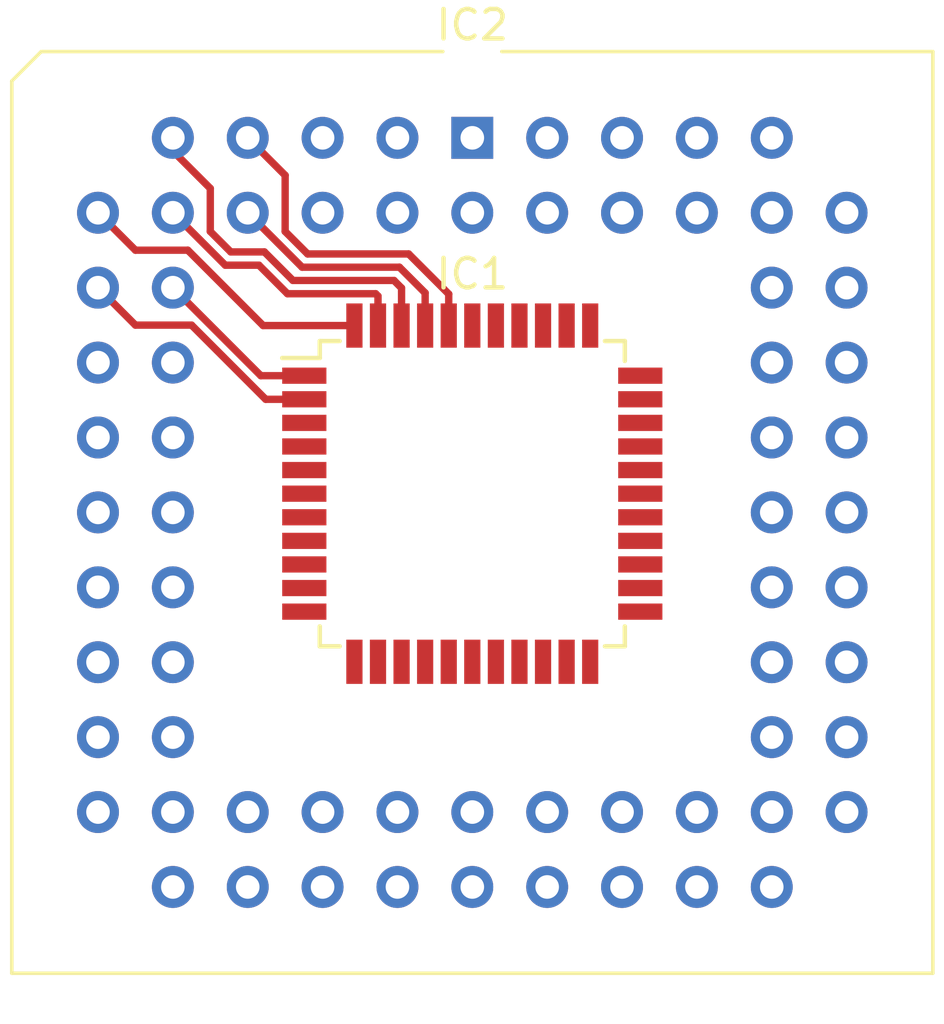
<source format=kicad_pcb>
(kicad_pcb (version 20211014) (generator pcbnew)
  (layers (0 "F.Cu" signal) (31 "B.Cu" signal) (34 "B.Paste" user) (35 "F.Paste" user) (36 "B.SilkS" user "B.Silkscreen") (37 "F.SilkS" user "F.Silkscreen") (38 "B.Mask" user) (39 "F.Mask" user) (44 "Edge.Cuts" user))
  (net 0 "")
  (net 1 "LCD_RS")
  (net 7 "Net-(IC1-Pad18)")
  (net 36 "LCD_E")
  (net 37 "LCD_D4")
  (net 38 "LCD_D5")
  (net 39 "LCD_D6")
  (net 45 "LCD_D7")
  (net 46 "LCD_RW")
  (footprint "D&R_IC:TQFP-44_10x10mm_Pitch0.8mm" (layer "F.Cu") (at 97.79 66.04)
    (fp_text reference "IC1" (at 0 -7.45) (layer "F.SilkS"))
    (fp_text value "ATXMEGA128A4U#TQFP44")
    (fp_line (start -5.175 5.175) (end -5.175 4.5) (layer "F.SilkS") (width 0.15))
    (fp_line (start -5.175 -5.175) (end -5.175 -4.6) (layer "F.SilkS") (width 0.15))
    (fp_line (start 5.175 -5.175) (end 5.175 -4.5) (layer "F.SilkS") (width 0.15))
    (fp_line (start -5.175 -4.6) (end -6.45 -4.6) (layer "F.SilkS") (width 0.15))
    (fp_line (start -5.175 -5.175) (end -4.5 -5.175) (layer "F.SilkS") (width 0.15))
    (fp_line (start 5.175 5.175) (end 4.5 5.175) (layer "F.SilkS") (width 0.15))
    (fp_line (start 5.175 -5.175) (end 4.5 -5.175) (layer "F.SilkS") (width 0.15))
    (fp_line (start -5.175 5.175) (end -4.5 5.175) (layer "F.SilkS") (width 0.15))
    (fp_line (start 5.175 5.175) (end 5.175 4.5) (layer "F.SilkS") (width 0.15))
    (pad "1" smd rect locked (at -5.7 -4) (size 1.5 0.55) (layers "F.Cu" "F.Paste" "F.Mask") (net 36 "LCD_E"))
    (pad "2" smd rect locked (at -5.7 -3.2) (size 1.5 0.55) (layers "F.Cu" "F.Paste" "F.Mask") (net 1 "LCD_RS"))
    (pad "3" smd rect locked (at -5.7 -2.4) (size 1.5 0.55) (layers "F.Cu" "F.Paste" "F.Mask"))
    (pad "4" smd rect locked (at -5.7 -1.6) (size 1.5 0.55) (layers "F.Cu" "F.Paste" "F.Mask"))
    (pad "5" smd rect locked (at -5.7 -0.8) (size 1.5 0.55) (layers "F.Cu" "F.Paste" "F.Mask"))
    (pad "6" smd rect locked (at -5.7 0) (size 1.5 0.55) (layers "F.Cu" "F.Paste" "F.Mask"))
    (pad "7" smd rect locked (at -5.7 0.8) (size 1.5 0.55) (layers "F.Cu" "F.Paste" "F.Mask"))
    (pad "8" smd rect locked (at -5.7 1.6) (size 1.5 0.55) (layers "F.Cu" "F.Paste" "F.Mask") (net 7 "Net-(IC1-Pad18)"))
    (pad "9" smd rect locked (at -5.7 2.4) (size 1.5 0.55) (layers "F.Cu" "F.Paste" "F.Mask"))
    (pad "10" smd rect locked (at -5.7 3.2) (size 1.5 0.55) (layers "F.Cu" "F.Paste" "F.Mask"))
    (pad "11" smd rect locked (at -5.7 4) (size 1.5 0.55) (layers "F.Cu" "F.Paste" "F.Mask"))
    (pad "12" smd rect locked (at -4 5.7 90) (size 1.5 0.55) (layers "F.Cu" "F.Paste" "F.Mask"))
    (pad "13" smd rect locked (at -3.2 5.7 90) (size 1.5 0.55) (layers "F.Cu" "F.Paste" "F.Mask"))
    (pad "14" smd rect locked (at -2.4 5.7 90) (size 1.5 0.55) (layers "F.Cu" "F.Paste" "F.Mask"))
    (pad "15" smd rect locked (at -1.6 5.7 90) (size 1.5 0.55) (layers "F.Cu" "F.Paste" "F.Mask"))
    (pad "16" smd rect locked (at -0.8 5.7 90) (size 1.5 0.55) (layers "F.Cu" "F.Paste" "F.Mask"))
    (pad "17" smd rect locked (at 0 5.7 90) (size 1.5 0.55) (layers "F.Cu" "F.Paste" "F.Mask"))
    (pad "18" smd rect locked (at 0.8 5.7 90) (size 1.5 0.55) (layers "F.Cu" "F.Paste" "F.Mask") (net 7 "Net-(IC1-Pad18)"))
    (pad "19" smd rect locked (at 1.6 5.7 90) (size 1.5 0.55) (layers "F.Cu" "F.Paste" "F.Mask"))
    (pad "20" smd rect locked (at 2.4 5.7 90) (size 1.5 0.55) (layers "F.Cu" "F.Paste" "F.Mask"))
    (pad "21" smd rect locked (at 3.2 5.7 90) (size 1.5 0.55) (layers "F.Cu" "F.Paste" "F.Mask"))
    (pad "22" smd rect locked (at 4 5.7 90) (size 1.5 0.55) (layers "F.Cu" "F.Paste" "F.Mask"))
    (pad "23" smd rect locked (at 5.7 4) (size 1.5 0.55) (layers "F.Cu" "F.Paste" "F.Mask"))
    (pad "24" smd rect locked (at 5.7 3.2) (size 1.5 0.55) (layers "F.Cu" "F.Paste" "F.Mask"))
    (pad "25" smd rect locked (at 5.7 2.4) (size 1.5 0.55) (layers "F.Cu" "F.Paste" "F.Mask"))
    (pad "26" smd rect locked (at 5.7 1.6) (size 1.5 0.55) (layers "F.Cu" "F.Paste" "F.Mask"))
    (pad "27" smd rect locked (at 5.7 0.8) (size 1.5 0.55) (layers "F.Cu" "F.Paste" "F.Mask"))
    (pad "28" smd rect locked (at 5.7 0) (size 1.5 0.55) (layers "F.Cu" "F.Paste" "F.Mask"))
    (pad "29" smd rect locked (at 5.7 -0.8) (size 1.5 0.55) (layers "F.Cu" "F.Paste" "F.Mask"))
    (pad "30" smd rect locked (at 5.7 -1.6) (size 1.5 0.55) (layers "F.Cu" "F.Paste" "F.Mask") (net 7 "Net-(IC1-Pad18)"))
    (pad "31" smd rect locked (at 5.7 -2.4) (size 1.5 0.55) (layers "F.Cu" "F.Paste" "F.Mask"))
    (pad "32" smd rect locked (at 5.7 -3.2) (size 1.5 0.55) (layers "F.Cu" "F.Paste" "F.Mask"))
    (pad "33" smd rect locked (at 5.7 -4) (size 1.5 0.55) (layers "F.Cu" "F.Paste" "F.Mask"))
    (pad "34" smd rect locked (at 4 -5.7 90) (size 1.5 0.55) (layers "F.Cu" "F.Paste" "F.Mask"))
    (pad "35" smd rect locked (at 3.2 -5.7 90) (size 1.5 0.55) (layers "F.Cu" "F.Paste" "F.Mask"))
    (pad "36" smd rect locked (at 2.4 -5.7 90) (size 1.5 0.55) (layers "F.Cu" "F.Paste" "F.Mask"))
    (pad "37" smd rect locked (at 1.6 -5.7 90) (size 1.5 0.55) (layers "F.Cu" "F.Paste" "F.Mask"))
    (pad "38" smd rect locked (at 0.8 -5.7 90) (size 1.5 0.55) (layers "F.Cu" "F.Paste" "F.Mask") (net 7 "Net-(IC1-Pad18)"))
    (pad "39" smd rect locked (at 0 -5.7 90) (size 1.5 0.55) (layers "F.Cu" "F.Paste" "F.Mask"))
    (pad "40" smd rect locked (at -0.8 -5.7 90) (size 1.5 0.55) (layers "F.Cu" "F.Paste" "F.Mask") (net 37 "LCD_D4"))
    (pad "41" smd rect locked (at -1.6 -5.7 90) (size 1.5 0.55) (layers "F.Cu" "F.Paste" "F.Mask") (net 38 "LCD_D5"))
    (pad "42" smd rect locked (at -2.4 -5.7 90) (size 1.5 0.55) (layers "F.Cu" "F.Paste" "F.Mask") (net 39 "LCD_D6"))
    (pad "43" smd rect locked (at -3.2 -5.7 90) (size 1.5 0.55) (layers "F.Cu" "F.Paste" "F.Mask") (net 46 "LCD_RW"))
    (pad "44" smd rect locked (at -4 -5.7 90) (size 1.5 0.55) (layers "F.Cu" "F.Paste" "F.Mask") (net 45 "LCD_D7"))
  )
  (footprint "Package_LCC:PLCC-68_THT-Socket" (layer "F.Cu") (at 97.79 53.975)
    (fp_text reference "IC2" (at 0 -3.825) (layer "F.SilkS"))
    (fp_text value "80C552")
    (fp_line (start 15.625 -2.925) (end 1 -2.925) (layer "F.SilkS") (width 0.12))
    (fp_line (start 15.625 28.325) (end 15.625 -2.925) (layer "F.SilkS") (width 0.12))
    (fp_line (start -14.625 -2.925) (end -15.625 -1.925) (layer "F.SilkS") (width 0.12))
    (fp_line (start -15.625 -1.925) (end -15.625 28.325) (layer "F.SilkS") (width 0.12))
    (fp_line (start -15.625 28.325) (end 15.625 28.325) (layer "F.SilkS") (width 0.12))
    (fp_line (start -1 -2.925) (end -14.625 -2.925) (layer "F.SilkS") (width 0.12))
    (pad "1" thru_hole rect (at 0 0) (size 1.4224 1.4224) (drill 0.8) (layers *.Cu *.Mask))
    (pad "2" thru_hole circle (at 0 2.54) (size 1.4224 1.4224) (drill 0.8) (layers *.Cu *.Mask))
    (pad "3" thru_hole circle (at -2.54 0) (size 1.4224 1.4224) (drill 0.8) (layers *.Cu *.Mask))
    (pad "4" thru_hole circle (at -2.54 2.54) (size 1.4224 1.4224) (drill 0.8) (layers *.Cu *.Mask))
    (pad "5" thru_hole circle (at -5.08 0) (size 1.4224 1.4224) (drill 0.8) (layers *.Cu *.Mask))
    (pad "6" thru_hole circle (at -5.08 2.54) (size 1.4224 1.4224) (drill 0.8) (layers *.Cu *.Mask))
    (pad "7" thru_hole circle (at -7.62 0) (size 1.4224 1.4224) (drill 0.8) (layers *.Cu *.Mask) (net 37 "LCD_D4"))
    (pad "8" thru_hole circle (at -7.62 2.54) (size 1.4224 1.4224) (drill 0.8) (layers *.Cu *.Mask) (net 38 "LCD_D5"))
    (pad "9" thru_hole circle (at -10.16 0) (size 1.4224 1.4224) (drill 0.8) (layers *.Cu *.Mask) (net 39 "LCD_D6"))
    (pad "10" thru_hole circle (at -12.7 2.54) (size 1.4224 1.4224) (drill 0.8) (layers *.Cu *.Mask) (net 45 "LCD_D7"))
    (pad "11" thru_hole circle (at -10.16 2.54) (size 1.4224 1.4224) (drill 0.8) (layers *.Cu *.Mask) (net 46 "LCD_RW"))
    (pad "12" thru_hole circle (at -12.7 5.08) (size 1.4224 1.4224) (drill 0.8) (layers *.Cu *.Mask) (net 1 "LCD_RS"))
    (pad "13" thru_hole circle (at -10.16 5.08) (size 1.4224 1.4224) (drill 0.8) (layers *.Cu *.Mask) (net 36 "LCD_E"))
    (pad "14" thru_hole circle (at -12.7 7.62) (size 1.4224 1.4224) (drill 0.8) (layers *.Cu *.Mask))
    (pad "15" thru_hole circle (at -10.16 7.62) (size 1.4224 1.4224) (drill 0.8) (layers *.Cu *.Mask))
    (pad "16" thru_hole circle (at -12.7 10.16) (size 1.4224 1.4224) (drill 0.8) (layers *.Cu *.Mask))
    (pad "17" thru_hole circle (at -10.16 10.16) (size 1.4224 1.4224) (drill 0.8) (layers *.Cu *.Mask))
    (pad "18" thru_hole circle (at -12.7 12.7) (size 1.4224 1.4224) (drill 0.8) (layers *.Cu *.Mask))
    (pad "19" thru_hole circle (at -10.16 12.7) (size 1.4224 1.4224) (drill 0.8) (layers *.Cu *.Mask))
    (pad "20" thru_hole circle (at -12.7 15.24) (size 1.4224 1.4224) (drill 0.8) (layers *.Cu *.Mask))
    (pad "21" thru_hole circle (at -10.16 15.24) (size 1.4224 1.4224) (drill 0.8) (layers *.Cu *.Mask))
    (pad "22" thru_hole circle (at -12.7 17.78) (size 1.4224 1.4224) (drill 0.8) (layers *.Cu *.Mask))
    (pad "23" thru_hole circle (at -10.16 17.78) (size 1.4224 1.4224) (drill 0.8) (layers *.Cu *.Mask))
    (pad "24" thru_hole circle (at -12.7 20.32) (size 1.4224 1.4224) (drill 0.8) (layers *.Cu *.Mask))
    (pad "25" thru_hole circle (at -10.16 20.32) (size 1.4224 1.4224) (drill 0.8) (layers *.Cu *.Mask))
    (pad "26" thru_hole circle (at -12.7 22.86) (size 1.4224 1.4224) (drill 0.8) (layers *.Cu *.Mask))
    (pad "27" thru_hole circle (at -10.16 25.4) (size 1.4224 1.4224) (drill 0.8) (layers *.Cu *.Mask))
    (pad "28" thru_hole circle (at -10.16 22.86) (size 1.4224 1.4224) (drill 0.8) (layers *.Cu *.Mask))
    (pad "29" thru_hole circle (at -7.62 25.4) (size 1.4224 1.4224) (drill 0.8) (layers *.Cu *.Mask))
    (pad "30" thru_hole circle (at -7.62 22.86) (size 1.4224 1.4224) (drill 0.8) (layers *.Cu *.Mask))
    (pad "31" thru_hole circle (at -5.08 25.4) (size 1.4224 1.4224) (drill 0.8) (layers *.Cu *.Mask))
    (pad "32" thru_hole circle (at -5.08 22.86) (size 1.4224 1.4224) (drill 0.8) (layers *.Cu *.Mask))
    (pad "33" thru_hole circle (at -2.54 25.4) (size 1.4224 1.4224) (drill 0.8) (layers *.Cu *.Mask))
    (pad "34" thru_hole circle (at -2.54 22.86) (size 1.4224 1.4224) (drill 0.8) (layers *.Cu *.Mask))
    (pad "35" thru_hole circle (at 0 25.4) (size 1.4224 1.4224) (drill 0.8) (layers *.Cu *.Mask))
    (pad "36" thru_hole circle (at 0 22.86) (size 1.4224 1.4224) (drill 0.8) (layers *.Cu *.Mask) (net 7 "Net-(IC1-Pad18)"))
    (pad "37" thru_hole circle (at 2.54 25.4) (size 1.4224 1.4224) (drill 0.8) (layers *.Cu *.Mask) (net 7 "Net-(IC1-Pad18)"))
    (pad "38" thru_hole circle (at 2.54 22.86) (size 1.4224 1.4224) (drill 0.8) (layers *.Cu *.Mask))
    (pad "39" thru_hole circle (at 5.08 25.4) (size 1.4224 1.4224) (drill 0.8) (layers *.Cu *.Mask))
    (pad "40" thru_hole circle (at 5.08 22.86) (size 1.4224 1.4224) (drill 0.8) (layers *.Cu *.Mask))
    (pad "41" thru_hole circle (at 7.62 25.4) (size 1.4224 1.4224) (drill 0.8) (layers *.Cu *.Mask))
    (pad "42" thru_hole circle (at 7.62 22.86) (size 1.4224 1.4224) (drill 0.8) (layers *.Cu *.Mask))
    (pad "43" thru_hole circle (at 10.16 25.4) (size 1.4224 1.4224) (drill 0.8) (layers *.Cu *.Mask))
    (pad "44" thru_hole circle (at 12.7 22.86) (size 1.4224 1.4224) (drill 0.8) (layers *.Cu *.Mask))
    (pad "45" thru_hole circle (at 10.16 22.86) (size 1.4224 1.4224) (drill 0.8) (layers *.Cu *.Mask))
    (pad "46" thru_hole circle (at 12.7 20.32) (size 1.4224 1.4224) (drill 0.8) (layers *.Cu *.Mask))
    (pad "47" thru_hole circle (at 10.16 20.32) (size 1.4224 1.4224) (drill 0.8) (layers *.Cu *.Mask))
    (pad "48" thru_hole circle (at 12.7 17.78) (size 1.4224 1.4224) (drill 0.8) (layers *.Cu *.Mask))
    (pad "49" thru_hole circle (at 10.16 17.78) (size 1.4224 1.4224) (drill 0.8) (layers *.Cu *.Mask))
    (pad "50" thru_hole circle (at 12.7 15.24) (size 1.4224 1.4224) (drill 0.8) (layers *.Cu *.Mask))
    (pad "51" thru_hole circle (at 10.16 15.24) (size 1.4224 1.4224) (drill 0.8) (layers *.Cu *.Mask))
    (pad "52" thru_hole circle (at 12.7 12.7) (size 1.4224 1.4224) (drill 0.8) (layers *.Cu *.Mask))
    (pad "53" thru_hole circle (at 10.16 12.7) (size 1.4224 1.4224) (drill 0.8) (layers *.Cu *.Mask))
    (pad "54" thru_hole circle (at 12.7 10.16) (size 1.4224 1.4224) (drill 0.8) (layers *.Cu *.Mask))
    (pad "55" thru_hole circle (at 10.16 10.16) (size 1.4224 1.4224) (drill 0.8) (layers *.Cu *.Mask))
    (pad "56" thru_hole circle (at 12.7 7.62) (size 1.4224 1.4224) (drill 0.8) (layers *.Cu *.Mask))
    (pad "57" thru_hole circle (at 10.16 7.62) (size 1.4224 1.4224) (drill 0.8) (layers *.Cu *.Mask))
    (pad "58" thru_hole circle (at 12.7 5.08) (size 1.4224 1.4224) (drill 0.8) (layers *.Cu *.Mask))
    (pad "59" thru_hole circle (at 10.16 5.08) (size 1.4224 1.4224) (drill 0.8) (layers *.Cu *.Mask))
    (pad "60" thru_hole circle (at 12.7 2.54) (size 1.4224 1.4224) (drill 0.8) (layers *.Cu *.Mask))
    (pad "61" thru_hole circle (at 10.16 0) (size 1.4224 1.4224) (drill 0.8) (layers *.Cu *.Mask))
    (pad "62" thru_hole circle (at 10.16 2.54) (size 1.4224 1.4224) (drill 0.8) (layers *.Cu *.Mask))
    (pad "63" thru_hole circle (at 7.62 0) (size 1.4224 1.4224) (drill 0.8) (layers *.Cu *.Mask))
    (pad "64" thru_hole circle (at 7.62 2.54) (size 1.4224 1.4224) (drill 0.8) (layers *.Cu *.Mask))
    (pad "65" thru_hole circle (at 5.08 0) (size 1.4224 1.4224) (drill 0.8) (layers *.Cu *.Mask))
    (pad "66" thru_hole circle (at 5.08 2.54) (size 1.4224 1.4224) (drill 0.8) (layers *.Cu *.Mask))
    (pad "67" thru_hole circle (at 2.54 0) (size 1.4224 1.4224) (drill 0.8) (layers *.Cu *.Mask))
    (pad "68" thru_hole circle (at 2.54 2.54) (size 1.4224 1.4224) (drill 0.8) (layers *.Cu *.Mask))
  )
  (segment (start 88.264282 60.325) (end 86.36 60.325) (width 0.25) (layer "F.Cu") (net 1))
  (segment (start 86.36 60.325) (end 85.09 59.055) (width 0.25) (layer "F.Cu") (net 1))
  (segment (start 92.09 62.84) (end 90.779282 62.84) (width 0.25) (layer "F.Cu") (net 1))
  (segment (start 90.779282 62.84) (end 88.264282 60.325) (width 0.25) (layer "F.Cu") (net 1))
  (segment (start 90.615 62.04) (end 87.63 59.055) (width 0.25) (layer "F.Cu") (net 36))
  (segment (start 92.09 62.04) (end 90.615 62.04) (width 0.25) (layer "F.Cu") (net 36))
  (segment (start 92.202 57.912) (end 91.44 57.15) (width 0.25) (layer "F.Cu") (net 37))
  (segment (start 91.44 57.15) (end 91.44 55.245) (width 0.25) (layer "F.Cu") (net 37))
  (segment (start 91.44 55.245) (end 90.17 53.975) (width 0.25) (layer "F.Cu") (net 37))
  (segment (start 96.99 60.34) (end 96.99 59.271) (width 0.25) (layer "F.Cu") (net 37))
  (segment (start 96.99 59.271) (end 95.631 57.912) (width 0.25) (layer "F.Cu") (net 37))
  (segment (start 95.631 57.912) (end 92.202 57.912) (width 0.25) (layer "F.Cu") (net 37))
  (segment (start 95.31852 58.36152) (end 92.015802 58.36152) (width 0.25) (layer "F.Cu") (net 38))
  (segment (start 90.17 56.515718) (end 90.17 56.515) (width 0.25) (layer "F.Cu") (net 38))
  (segment (start 96.19 60.34) (end 96.19 59.233) (width 0.25) (layer "F.Cu") (net 38))
  (segment (start 92.015802 58.36152) (end 90.17 56.515718) (width 0.25) (layer "F.Cu") (net 38))
  (segment (start 96.19 59.233) (end 95.31852 58.36152) (width 0.25) (layer "F.Cu") (net 38))
  (segment (start 91.70404 58.81104) (end 90.73648 57.84348) (width 0.25) (layer "F.Cu") (net 39))
  (segment (start 88.9 55.6895) (end 87.63 54.4195) (width 0.25) (layer "F.Cu") (net 39))
  (segment (start 90.73648 57.84348) (end 89.594198 57.84348) (width 0.25) (layer "F.Cu") (net 39))
  (segment (start 95.39 60.34) (end 95.39 59.068718) (width 0.25) (layer "F.Cu") (net 39))
  (segment (start 95.132322 58.81104) (end 91.70404 58.81104) (width 0.25) (layer "F.Cu") (net 39))
  (segment (start 87.63 54.4195) (end 87.63 53.975) (width 0.25) (layer "F.Cu") (net 39))
  (segment (start 95.39 59.068718) (end 95.132322 58.81104) (width 0.25) (layer "F.Cu") (net 39))
  (segment (start 88.9 57.149282) (end 88.9 55.6895) (width 0.25) (layer "F.Cu") (net 39))
  (segment (start 89.594198 57.84348) (end 88.9 57.149282) (width 0.25) (layer "F.Cu") (net 39))
  (segment (start 90.693 60.34) (end 88.138 57.785) (width 0.25) (layer "F.Cu") (net 45))
  (segment (start 93.79 60.34) (end 90.693 60.34) (width 0.25) (layer "F.Cu") (net 45))
  (segment (start 88.138 57.785) (end 86.36 57.785) (width 0.25) (layer "F.Cu") (net 45))
  (segment (start 86.36 57.785) (end 85.09 56.515) (width 0.25) (layer "F.Cu") (net 45))
  (segment (start 87.63 56.515) (end 89.408 58.293) (width 0.25) (layer "F.Cu") (net 46))
  (segment (start 94.59 59.34) (end 94.59 60.34) (width 0.25) (layer "F.Cu") (net 46))
  (segment (start 91.517842 59.26056) (end 94.51056 59.26056) (width 0.25) (layer "F.Cu") (net 46))
  (segment (start 94.51056 59.26056) (end 94.59 59.34) (width 0.25) (layer "F.Cu") (net 46))
  (segment (start 89.408 58.293) (end 90.550282 58.293) (width 0.25) (layer "F.Cu") (net 46))
  (segment (start 90.550282 58.293) (end 91.517842 59.26056) (width 0.25) (layer "F.Cu") (net 46))
)
</source>
